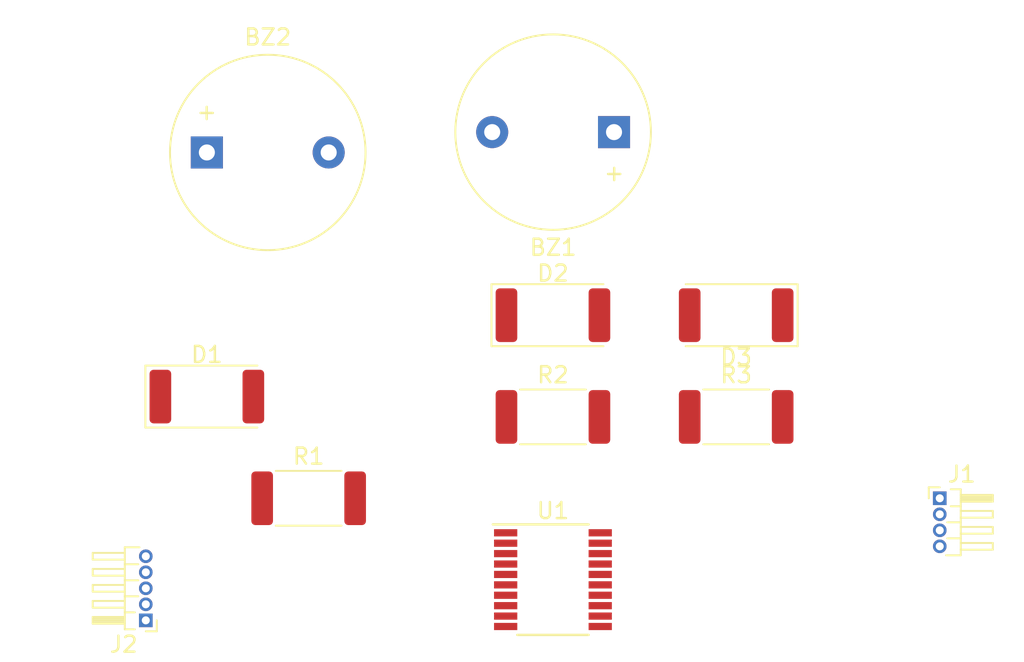
<source format=kicad_pcb>
(kicad_pcb (version 20171130) (host pcbnew "(5.0.1)-3")

  (general
    (thickness 1.6)
    (drawings 0)
    (tracks 0)
    (zones 0)
    (modules 11)
    (nets 24)
  )

  (page A4)
  (layers
    (0 F.Cu signal)
    (31 B.Cu signal)
    (32 B.Adhes user)
    (33 F.Adhes user)
    (34 B.Paste user)
    (35 F.Paste user)
    (36 B.SilkS user)
    (37 F.SilkS user)
    (38 B.Mask user)
    (39 F.Mask user)
    (40 Dwgs.User user)
    (41 Cmts.User user)
    (42 Eco1.User user)
    (43 Eco2.User user)
    (44 Edge.Cuts user)
    (45 Margin user)
    (46 B.CrtYd user)
    (47 F.CrtYd user)
    (48 B.Fab user)
    (49 F.Fab user)
  )

  (setup
    (last_trace_width 0.25)
    (trace_clearance 0.2)
    (zone_clearance 0.508)
    (zone_45_only no)
    (trace_min 0.2)
    (segment_width 0.2)
    (edge_width 0.15)
    (via_size 0.8)
    (via_drill 0.4)
    (via_min_size 0.4)
    (via_min_drill 0.3)
    (uvia_size 0.3)
    (uvia_drill 0.1)
    (uvias_allowed no)
    (uvia_min_size 0.2)
    (uvia_min_drill 0.1)
    (pcb_text_width 0.3)
    (pcb_text_size 1.5 1.5)
    (mod_edge_width 0.15)
    (mod_text_size 1 1)
    (mod_text_width 0.15)
    (pad_size 1.524 1.524)
    (pad_drill 0.762)
    (pad_to_mask_clearance 0.051)
    (solder_mask_min_width 0.25)
    (aux_axis_origin 0 0)
    (visible_elements FFFFFF7F)
    (pcbplotparams
      (layerselection 0x010fc_ffffffff)
      (usegerberextensions false)
      (usegerberattributes false)
      (usegerberadvancedattributes false)
      (creategerberjobfile false)
      (excludeedgelayer true)
      (linewidth 0.100000)
      (plotframeref false)
      (viasonmask false)
      (mode 1)
      (useauxorigin false)
      (hpglpennumber 1)
      (hpglpenspeed 20)
      (hpglpendiameter 15.000000)
      (psnegative false)
      (psa4output false)
      (plotreference true)
      (plotvalue true)
      (plotinvisibletext false)
      (padsonsilk false)
      (subtractmaskfromsilk false)
      (outputformat 1)
      (mirror false)
      (drillshape 1)
      (scaleselection 1)
      (outputdirectory ""))
  )

  (net 0 "")
  (net 1 "Net-(BZ1-Pad1)")
  (net 2 "Net-(BZ1-Pad2)")
  (net 3 "Net-(BZ2-Pad1)")
  (net 4 "Net-(D1-Pad2)")
  (net 5 "Net-(D2-Pad2)")
  (net 6 "Net-(D3-Pad2)")
  (net 7 "Net-(J1-Pad1)")
  (net 8 "Net-(J1-Pad2)")
  (net 9 "Net-(J1-Pad3)")
  (net 10 "Net-(J2-Pad2)")
  (net 11 "Net-(J2-Pad4)")
  (net 12 "Net-(J2-Pad5)")
  (net 13 "Net-(R1-Pad2)")
  (net 14 "Net-(R2-Pad2)")
  (net 15 "Net-(R3-Pad2)")
  (net 16 "Net-(U1-Pad1)")
  (net 17 "Net-(U1-Pad4)")
  (net 18 "Net-(U1-Pad7)")
  (net 19 "Net-(U1-Pad8)")
  (net 20 "Net-(U1-Pad11)")
  (net 21 "Net-(U1-Pad13)")
  (net 22 "Net-(U1-Pad14)")
  (net 23 "Net-(U1-Pad18)")

  (net_class Default "Esta Ã© a classe de net padrÃ£o."
    (clearance 0.2)
    (trace_width 0.25)
    (via_dia 0.8)
    (via_drill 0.4)
    (uvia_dia 0.3)
    (uvia_drill 0.1)
    (add_net "Net-(BZ1-Pad1)")
    (add_net "Net-(BZ1-Pad2)")
    (add_net "Net-(BZ2-Pad1)")
    (add_net "Net-(D1-Pad2)")
    (add_net "Net-(D2-Pad2)")
    (add_net "Net-(D3-Pad2)")
    (add_net "Net-(J1-Pad1)")
    (add_net "Net-(J1-Pad2)")
    (add_net "Net-(J1-Pad3)")
    (add_net "Net-(J2-Pad2)")
    (add_net "Net-(J2-Pad4)")
    (add_net "Net-(J2-Pad5)")
    (add_net "Net-(R1-Pad2)")
    (add_net "Net-(R2-Pad2)")
    (add_net "Net-(R3-Pad2)")
    (add_net "Net-(U1-Pad1)")
    (add_net "Net-(U1-Pad11)")
    (add_net "Net-(U1-Pad13)")
    (add_net "Net-(U1-Pad14)")
    (add_net "Net-(U1-Pad18)")
    (add_net "Net-(U1-Pad4)")
    (add_net "Net-(U1-Pad7)")
    (add_net "Net-(U1-Pad8)")
  )

  (module Buzzer_Beeper:Buzzer_12x9.5RM7.6 (layer F.Cu) (tedit 5A030281) (tstamp 5C1A70C2)
    (at 172.72 46.99 180)
    (descr "Generic Buzzer, D12mm height 9.5mm with RM7.6mm")
    (tags buzzer)
    (path /5C0AA917)
    (fp_text reference BZ1 (at 3.8 -7.2 180) (layer F.SilkS)
      (effects (font (size 1 1) (thickness 0.15)))
    )
    (fp_text value Buzzer (at 3.8 7.4 180) (layer F.Fab)
      (effects (font (size 1 1) (thickness 0.15)))
    )
    (fp_text user + (at -0.01 -2.54 180) (layer F.Fab)
      (effects (font (size 1 1) (thickness 0.15)))
    )
    (fp_text user + (at -0.01 -2.54 180) (layer F.SilkS)
      (effects (font (size 1 1) (thickness 0.15)))
    )
    (fp_text user %R (at 3.8 -4 180) (layer F.Fab)
      (effects (font (size 1 1) (thickness 0.15)))
    )
    (fp_circle (center 3.8 0) (end 10.05 0) (layer F.CrtYd) (width 0.05))
    (fp_circle (center 3.8 0) (end 9.8 0) (layer F.Fab) (width 0.1))
    (fp_circle (center 3.8 0) (end 4.8 0) (layer F.Fab) (width 0.1))
    (fp_circle (center 3.8 0) (end 9.9 0) (layer F.SilkS) (width 0.12))
    (pad 1 thru_hole rect (at 0 0 180) (size 2 2) (drill 1) (layers *.Cu *.Mask)
      (net 1 "Net-(BZ1-Pad1)"))
    (pad 2 thru_hole circle (at 7.6 0 180) (size 2 2) (drill 1) (layers *.Cu *.Mask)
      (net 2 "Net-(BZ1-Pad2)"))
    (model ${KISYS3DMOD}/Buzzer_Beeper.3dshapes/Buzzer_12x9.5RM7.6.wrl
      (at (xyz 0 0 0))
      (scale (xyz 1 1 1))
      (rotate (xyz 0 0 0))
    )
  )

  (module Buzzer_Beeper:Buzzer_12x9.5RM7.6 (layer F.Cu) (tedit 5A030281) (tstamp 5C1A70CF)
    (at 147.32 48.26)
    (descr "Generic Buzzer, D12mm height 9.5mm with RM7.6mm")
    (tags buzzer)
    (path /5C0E03B5)
    (fp_text reference BZ2 (at 3.8 -7.2) (layer F.SilkS)
      (effects (font (size 1 1) (thickness 0.15)))
    )
    (fp_text value Buzzer (at 3.8 7.4) (layer F.Fab)
      (effects (font (size 1 1) (thickness 0.15)))
    )
    (fp_circle (center 3.8 0) (end 9.9 0) (layer F.SilkS) (width 0.12))
    (fp_circle (center 3.8 0) (end 4.8 0) (layer F.Fab) (width 0.1))
    (fp_circle (center 3.8 0) (end 9.8 0) (layer F.Fab) (width 0.1))
    (fp_circle (center 3.8 0) (end 10.05 0) (layer F.CrtYd) (width 0.05))
    (fp_text user %R (at 3.8 -4) (layer F.Fab)
      (effects (font (size 1 1) (thickness 0.15)))
    )
    (fp_text user + (at -0.01 -2.54) (layer F.SilkS)
      (effects (font (size 1 1) (thickness 0.15)))
    )
    (fp_text user + (at -0.01 -2.54) (layer F.Fab)
      (effects (font (size 1 1) (thickness 0.15)))
    )
    (pad 2 thru_hole circle (at 7.6 0) (size 2 2) (drill 1) (layers *.Cu *.Mask)
      (net 2 "Net-(BZ1-Pad2)"))
    (pad 1 thru_hole rect (at 0 0) (size 2 2) (drill 1) (layers *.Cu *.Mask)
      (net 3 "Net-(BZ2-Pad1)"))
    (model ${KISYS3DMOD}/Buzzer_Beeper.3dshapes/Buzzer_12x9.5RM7.6.wrl
      (at (xyz 0 0 0))
      (scale (xyz 1 1 1))
      (rotate (xyz 0 0 0))
    )
  )

  (module LED_SMD:LED_2512_6332Metric (layer F.Cu) (tedit 5B301BBE) (tstamp 5C1A70E2)
    (at 147.32 63.5)
    (descr "LED SMD 2512 (6332 Metric), square (rectangular) end terminal, IPC_7351 nominal, (Body size source: http://www.tortai-tech.com/upload/download/2011102023233369053.pdf), generated with kicad-footprint-generator")
    (tags diode)
    (path /5C0AA61C)
    (attr smd)
    (fp_text reference D1 (at 0 -2.62) (layer F.SilkS)
      (effects (font (size 1 1) (thickness 0.15)))
    )
    (fp_text value LED (at 0 2.62 90) (layer F.Fab)
      (effects (font (size 1 1) (thickness 0.15)))
    )
    (fp_line (start 3.15 -1.6) (end -2.35 -1.6) (layer F.Fab) (width 0.1))
    (fp_line (start -2.35 -1.6) (end -3.15 -0.8) (layer F.Fab) (width 0.1))
    (fp_line (start -3.15 -0.8) (end -3.15 1.6) (layer F.Fab) (width 0.1))
    (fp_line (start -3.15 1.6) (end 3.15 1.6) (layer F.Fab) (width 0.1))
    (fp_line (start 3.15 1.6) (end 3.15 -1.6) (layer F.Fab) (width 0.1))
    (fp_line (start 3.15 -1.935) (end -3.835 -1.935) (layer F.SilkS) (width 0.12))
    (fp_line (start -3.835 -1.935) (end -3.835 1.935) (layer F.SilkS) (width 0.12))
    (fp_line (start -3.835 1.935) (end 3.15 1.935) (layer F.SilkS) (width 0.12))
    (fp_line (start -3.82 1.92) (end -3.82 -1.92) (layer F.CrtYd) (width 0.05))
    (fp_line (start -3.82 -1.92) (end 3.82 -1.92) (layer F.CrtYd) (width 0.05))
    (fp_line (start 3.82 -1.92) (end 3.82 1.92) (layer F.CrtYd) (width 0.05))
    (fp_line (start 3.82 1.92) (end -3.82 1.92) (layer F.CrtYd) (width 0.05))
    (fp_text user %R (at 0 0) (layer F.Fab)
      (effects (font (size 1 1) (thickness 0.15)))
    )
    (pad 1 smd roundrect (at -2.9 0) (size 1.35 3.35) (layers F.Cu F.Paste F.Mask) (roundrect_rratio 0.185185)
      (net 2 "Net-(BZ1-Pad2)"))
    (pad 2 smd roundrect (at 2.9 0) (size 1.35 3.35) (layers F.Cu F.Paste F.Mask) (roundrect_rratio 0.185185)
      (net 4 "Net-(D1-Pad2)"))
    (model ${KISYS3DMOD}/LED_SMD.3dshapes/LED_2512_6332Metric.wrl
      (at (xyz 0 0 0))
      (scale (xyz 1 1 1))
      (rotate (xyz 0 0 0))
    )
  )

  (module LED_SMD:LED_2512_6332Metric (layer F.Cu) (tedit 5B301BBE) (tstamp 5C1A70F5)
    (at 168.91 58.42)
    (descr "LED SMD 2512 (6332 Metric), square (rectangular) end terminal, IPC_7351 nominal, (Body size source: http://www.tortai-tech.com/upload/download/2011102023233369053.pdf), generated with kicad-footprint-generator")
    (tags diode)
    (path /5C0AA6BC)
    (attr smd)
    (fp_text reference D2 (at 0 -2.62) (layer F.SilkS)
      (effects (font (size 1 1) (thickness 0.15)))
    )
    (fp_text value LED (at 0 2.62) (layer F.Fab)
      (effects (font (size 1 1) (thickness 0.15)))
    )
    (fp_text user %R (at 0 0 90) (layer F.Fab)
      (effects (font (size 1 1) (thickness 0.15)))
    )
    (fp_line (start 3.82 1.92) (end -3.82 1.92) (layer F.CrtYd) (width 0.05))
    (fp_line (start 3.82 -1.92) (end 3.82 1.92) (layer F.CrtYd) (width 0.05))
    (fp_line (start -3.82 -1.92) (end 3.82 -1.92) (layer F.CrtYd) (width 0.05))
    (fp_line (start -3.82 1.92) (end -3.82 -1.92) (layer F.CrtYd) (width 0.05))
    (fp_line (start -3.835 1.935) (end 3.15 1.935) (layer F.SilkS) (width 0.12))
    (fp_line (start -3.835 -1.935) (end -3.835 1.935) (layer F.SilkS) (width 0.12))
    (fp_line (start 3.15 -1.935) (end -3.835 -1.935) (layer F.SilkS) (width 0.12))
    (fp_line (start 3.15 1.6) (end 3.15 -1.6) (layer F.Fab) (width 0.1))
    (fp_line (start -3.15 1.6) (end 3.15 1.6) (layer F.Fab) (width 0.1))
    (fp_line (start -3.15 -0.8) (end -3.15 1.6) (layer F.Fab) (width 0.1))
    (fp_line (start -2.35 -1.6) (end -3.15 -0.8) (layer F.Fab) (width 0.1))
    (fp_line (start 3.15 -1.6) (end -2.35 -1.6) (layer F.Fab) (width 0.1))
    (pad 2 smd roundrect (at 2.9 0) (size 1.35 3.35) (layers F.Cu F.Paste F.Mask) (roundrect_rratio 0.185185)
      (net 5 "Net-(D2-Pad2)"))
    (pad 1 smd roundrect (at -2.9 0) (size 1.35 3.35) (layers F.Cu F.Paste F.Mask) (roundrect_rratio 0.185185)
      (net 2 "Net-(BZ1-Pad2)"))
    (model ${KISYS3DMOD}/LED_SMD.3dshapes/LED_2512_6332Metric.wrl
      (at (xyz 0 0 0))
      (scale (xyz 1 1 1))
      (rotate (xyz 0 0 0))
    )
  )

  (module LED_SMD:LED_2512_6332Metric (layer F.Cu) (tedit 5B301BBE) (tstamp 5C1A7108)
    (at 180.34 58.42 180)
    (descr "LED SMD 2512 (6332 Metric), square (rectangular) end terminal, IPC_7351 nominal, (Body size source: http://www.tortai-tech.com/upload/download/2011102023233369053.pdf), generated with kicad-footprint-generator")
    (tags diode)
    (path /5C0AA70E)
    (attr smd)
    (fp_text reference D3 (at 0 -2.62 180) (layer F.SilkS)
      (effects (font (size 1 1) (thickness 0.15)))
    )
    (fp_text value LED (at 0 2.62 180) (layer F.Fab)
      (effects (font (size 1 1) (thickness 0.15)))
    )
    (fp_line (start 3.15 -1.6) (end -2.35 -1.6) (layer F.Fab) (width 0.1))
    (fp_line (start -2.35 -1.6) (end -3.15 -0.8) (layer F.Fab) (width 0.1))
    (fp_line (start -3.15 -0.8) (end -3.15 1.6) (layer F.Fab) (width 0.1))
    (fp_line (start -3.15 1.6) (end 3.15 1.6) (layer F.Fab) (width 0.1))
    (fp_line (start 3.15 1.6) (end 3.15 -1.6) (layer F.Fab) (width 0.1))
    (fp_line (start 3.15 -1.935) (end -3.835 -1.935) (layer F.SilkS) (width 0.12))
    (fp_line (start -3.835 -1.935) (end -3.835 1.935) (layer F.SilkS) (width 0.12))
    (fp_line (start -3.835 1.935) (end 3.15 1.935) (layer F.SilkS) (width 0.12))
    (fp_line (start -3.82 1.92) (end -3.82 -1.92) (layer F.CrtYd) (width 0.05))
    (fp_line (start -3.82 -1.92) (end 3.82 -1.92) (layer F.CrtYd) (width 0.05))
    (fp_line (start 3.82 -1.92) (end 3.82 1.92) (layer F.CrtYd) (width 0.05))
    (fp_line (start 3.82 1.92) (end -3.82 1.92) (layer F.CrtYd) (width 0.05))
    (fp_text user %R (at 0 0 180) (layer F.Fab)
      (effects (font (size 1 1) (thickness 0.15)))
    )
    (pad 1 smd roundrect (at -2.9 0 180) (size 1.35 3.35) (layers F.Cu F.Paste F.Mask) (roundrect_rratio 0.185185)
      (net 2 "Net-(BZ1-Pad2)"))
    (pad 2 smd roundrect (at 2.9 0 180) (size 1.35 3.35) (layers F.Cu F.Paste F.Mask) (roundrect_rratio 0.185185)
      (net 6 "Net-(D3-Pad2)"))
    (model ${KISYS3DMOD}/LED_SMD.3dshapes/LED_2512_6332Metric.wrl
      (at (xyz 0 0 0))
      (scale (xyz 1 1 1))
      (rotate (xyz 0 0 0))
    )
  )

  (module Connector_PinHeader_1.00mm:PinHeader_1x04_P1.00mm_Horizontal (layer F.Cu) (tedit 59FED737) (tstamp 5C1A7149)
    (at 193.04 69.85)
    (descr "Through hole angled pin header, 1x04, 1.00mm pitch, 2.0mm pin length, single row")
    (tags "Through hole angled pin header THT 1x04 1.00mm single row")
    (path /5C0ACCFB)
    (fp_text reference J1 (at 1.375 -1.5) (layer F.SilkS)
      (effects (font (size 1 1) (thickness 0.15)))
    )
    (fp_text value Ultrassom (at 1.375 4.5) (layer F.Fab)
      (effects (font (size 1 1) (thickness 0.15)))
    )
    (fp_line (start 0.5 -0.5) (end 1.25 -0.5) (layer F.Fab) (width 0.1))
    (fp_line (start 1.25 -0.5) (end 1.25 3.5) (layer F.Fab) (width 0.1))
    (fp_line (start 1.25 3.5) (end 0.25 3.5) (layer F.Fab) (width 0.1))
    (fp_line (start 0.25 3.5) (end 0.25 -0.25) (layer F.Fab) (width 0.1))
    (fp_line (start 0.25 -0.25) (end 0.5 -0.5) (layer F.Fab) (width 0.1))
    (fp_line (start -0.15 -0.15) (end 0.25 -0.15) (layer F.Fab) (width 0.1))
    (fp_line (start -0.15 -0.15) (end -0.15 0.15) (layer F.Fab) (width 0.1))
    (fp_line (start -0.15 0.15) (end 0.25 0.15) (layer F.Fab) (width 0.1))
    (fp_line (start 1.25 -0.15) (end 3.25 -0.15) (layer F.Fab) (width 0.1))
    (fp_line (start 3.25 -0.15) (end 3.25 0.15) (layer F.Fab) (width 0.1))
    (fp_line (start 1.25 0.15) (end 3.25 0.15) (layer F.Fab) (width 0.1))
    (fp_line (start -0.15 0.85) (end 0.25 0.85) (layer F.Fab) (width 0.1))
    (fp_line (start -0.15 0.85) (end -0.15 1.15) (layer F.Fab) (width 0.1))
    (fp_line (start -0.15 1.15) (end 0.25 1.15) (layer F.Fab) (width 0.1))
    (fp_line (start 1.25 0.85) (end 3.25 0.85) (layer F.Fab) (width 0.1))
    (fp_line (start 3.25 0.85) (end 3.25 1.15) (layer F.Fab) (width 0.1))
    (fp_line (start 1.25 1.15) (end 3.25 1.15) (layer F.Fab) (width 0.1))
    (fp_line (start -0.15 1.85) (end 0.25 1.85) (layer F.Fab) (width 0.1))
    (fp_line (start -0.15 1.85) (end -0.15 2.15) (layer F.Fab) (width 0.1))
    (fp_line (start -0.15 2.15) (end 0.25 2.15) (layer F.Fab) (width 0.1))
    (fp_line (start 1.25 1.85) (end 3.25 1.85) (layer F.Fab) (width 0.1))
    (fp_line (start 3.25 1.85) (end 3.25 2.15) (layer F.Fab) (width 0.1))
    (fp_line (start 1.25 2.15) (end 3.25 2.15) (layer F.Fab) (width 0.1))
    (fp_line (start -0.15 2.85) (end 0.25 2.85) (layer F.Fab) (width 0.1))
    (fp_line (start -0.15 2.85) (end -0.15 3.15) (layer F.Fab) (width 0.1))
    (fp_line (start -0.15 3.15) (end 0.25 3.15) (layer F.Fab) (width 0.1))
    (fp_line (start 1.25 2.85) (end 3.25 2.85) (layer F.Fab) (width 0.1))
    (fp_line (start 3.25 2.85) (end 3.25 3.15) (layer F.Fab) (width 0.1))
    (fp_line (start 1.25 3.15) (end 3.25 3.15) (layer F.Fab) (width 0.1))
    (fp_line (start 0.685 -0.56) (end 1.31 -0.56) (layer F.SilkS) (width 0.12))
    (fp_line (start 1.31 -0.56) (end 1.31 3.56) (layer F.SilkS) (width 0.12))
    (fp_line (start 1.31 3.56) (end 0.394493 3.56) (layer F.SilkS) (width 0.12))
    (fp_line (start 1.31 -0.21) (end 3.31 -0.21) (layer F.SilkS) (width 0.12))
    (fp_line (start 3.31 -0.21) (end 3.31 0.21) (layer F.SilkS) (width 0.12))
    (fp_line (start 3.31 0.21) (end 1.31 0.21) (layer F.SilkS) (width 0.12))
    (fp_line (start 1.31 -0.15) (end 3.31 -0.15) (layer F.SilkS) (width 0.12))
    (fp_line (start 1.31 -0.03) (end 3.31 -0.03) (layer F.SilkS) (width 0.12))
    (fp_line (start 1.31 0.09) (end 3.31 0.09) (layer F.SilkS) (width 0.12))
    (fp_line (start 0.685 0.5) (end 1.31 0.5) (layer F.SilkS) (width 0.12))
    (fp_line (start 1.31 0.79) (end 3.31 0.79) (layer F.SilkS) (width 0.12))
    (fp_line (start 3.31 0.79) (end 3.31 1.21) (layer F.SilkS) (width 0.12))
    (fp_line (start 3.31 1.21) (end 1.31 1.21) (layer F.SilkS) (width 0.12))
    (fp_line (start 0.468215 1.5) (end 1.31 1.5) (layer F.SilkS) (width 0.12))
    (fp_line (start 1.31 1.79) (end 3.31 1.79) (layer F.SilkS) (width 0.12))
    (fp_line (start 3.31 1.79) (end 3.31 2.21) (layer F.SilkS) (width 0.12))
    (fp_line (start 3.31 2.21) (end 1.31 2.21) (layer F.SilkS) (width 0.12))
    (fp_line (start 0.468215 2.5) (end 1.31 2.5) (layer F.SilkS) (width 0.12))
    (fp_line (start 1.31 2.79) (end 3.31 2.79) (layer F.SilkS) (width 0.12))
    (fp_line (start 3.31 2.79) (end 3.31 3.21) (layer F.SilkS) (width 0.12))
    (fp_line (start 3.31 3.21) (end 1.31 3.21) (layer F.SilkS) (width 0.12))
    (fp_line (start -0.685 0) (end -0.685 -0.685) (layer F.SilkS) (width 0.12))
    (fp_line (start -0.685 -0.685) (end 0 -0.685) (layer F.SilkS) (width 0.12))
    (fp_line (start -1 -1) (end -1 4) (layer F.CrtYd) (width 0.05))
    (fp_line (start -1 4) (end 3.75 4) (layer F.CrtYd) (width 0.05))
    (fp_line (start 3.75 4) (end 3.75 -1) (layer F.CrtYd) (width 0.05))
    (fp_line (start 3.75 -1) (end -1 -1) (layer F.CrtYd) (width 0.05))
    (fp_text user %R (at 0.75 1.5 90) (layer F.Fab)
      (effects (font (size 0.6 0.6) (thickness 0.09)))
    )
    (pad 1 thru_hole rect (at 0 0) (size 0.85 0.85) (drill 0.5) (layers *.Cu *.Mask)
      (net 7 "Net-(J1-Pad1)"))
    (pad 2 thru_hole oval (at 0 1) (size 0.85 0.85) (drill 0.5) (layers *.Cu *.Mask)
      (net 8 "Net-(J1-Pad2)"))
    (pad 3 thru_hole oval (at 0 2) (size 0.85 0.85) (drill 0.5) (layers *.Cu *.Mask)
      (net 9 "Net-(J1-Pad3)"))
    (pad 4 thru_hole oval (at 0 3) (size 0.85 0.85) (drill 0.5) (layers *.Cu *.Mask)
      (net 2 "Net-(BZ1-Pad2)"))
    (model ${KISYS3DMOD}/Connector_PinHeader_1.00mm.3dshapes/PinHeader_1x04_P1.00mm_Horizontal.wrl
      (at (xyz 0 0 0))
      (scale (xyz 1 1 1))
      (rotate (xyz 0 0 0))
    )
  )

  (module Connector_PinHeader_1.00mm:PinHeader_1x05_P1.00mm_Horizontal (layer F.Cu) (tedit 59FED737) (tstamp 5C1A7195)
    (at 143.51 77.47 180)
    (descr "Through hole angled pin header, 1x05, 1.00mm pitch, 2.0mm pin length, single row")
    (tags "Through hole angled pin header THT 1x05 1.00mm single row")
    (path /5C0E39BF)
    (fp_text reference J2 (at 1.375 -1.5 180) (layer F.SilkS)
      (effects (font (size 1 1) (thickness 0.15)))
    )
    (fp_text value Conn_01x05_Female (at 1.375 5.5 180) (layer F.Fab)
      (effects (font (size 1 1) (thickness 0.15)))
    )
    (fp_line (start 0.5 -0.5) (end 1.25 -0.5) (layer F.Fab) (width 0.1))
    (fp_line (start 1.25 -0.5) (end 1.25 4.5) (layer F.Fab) (width 0.1))
    (fp_line (start 1.25 4.5) (end 0.25 4.5) (layer F.Fab) (width 0.1))
    (fp_line (start 0.25 4.5) (end 0.25 -0.25) (layer F.Fab) (width 0.1))
    (fp_line (start 0.25 -0.25) (end 0.5 -0.5) (layer F.Fab) (width 0.1))
    (fp_line (start -0.15 -0.15) (end 0.25 -0.15) (layer F.Fab) (width 0.1))
    (fp_line (start -0.15 -0.15) (end -0.15 0.15) (layer F.Fab) (width 0.1))
    (fp_line (start -0.15 0.15) (end 0.25 0.15) (layer F.Fab) (width 0.1))
    (fp_line (start 1.25 -0.15) (end 3.25 -0.15) (layer F.Fab) (width 0.1))
    (fp_line (start 3.25 -0.15) (end 3.25 0.15) (layer F.Fab) (width 0.1))
    (fp_line (start 1.25 0.15) (end 3.25 0.15) (layer F.Fab) (width 0.1))
    (fp_line (start -0.15 0.85) (end 0.25 0.85) (layer F.Fab) (width 0.1))
    (fp_line (start -0.15 0.85) (end -0.15 1.15) (layer F.Fab) (width 0.1))
    (fp_line (start -0.15 1.15) (end 0.25 1.15) (layer F.Fab) (width 0.1))
    (fp_line (start 1.25 0.85) (end 3.25 0.85) (layer F.Fab) (width 0.1))
    (fp_line (start 3.25 0.85) (end 3.25 1.15) (layer F.Fab) (width 0.1))
    (fp_line (start 1.25 1.15) (end 3.25 1.15) (layer F.Fab) (width 0.1))
    (fp_line (start -0.15 1.85) (end 0.25 1.85) (layer F.Fab) (width 0.1))
    (fp_line (start -0.15 1.85) (end -0.15 2.15) (layer F.Fab) (width 0.1))
    (fp_line (start -0.15 2.15) (end 0.25 2.15) (layer F.Fab) (width 0.1))
    (fp_line (start 1.25 1.85) (end 3.25 1.85) (layer F.Fab) (width 0.1))
    (fp_line (start 3.25 1.85) (end 3.25 2.15) (layer F.Fab) (width 0.1))
    (fp_line (start 1.25 2.15) (end 3.25 2.15) (layer F.Fab) (width 0.1))
    (fp_line (start -0.15 2.85) (end 0.25 2.85) (layer F.Fab) (width 0.1))
    (fp_line (start -0.15 2.85) (end -0.15 3.15) (layer F.Fab) (width 0.1))
    (fp_line (start -0.15 3.15) (end 0.25 3.15) (layer F.Fab) (width 0.1))
    (fp_line (start 1.25 2.85) (end 3.25 2.85) (layer F.Fab) (width 0.1))
    (fp_line (start 3.25 2.85) (end 3.25 3.15) (layer F.Fab) (width 0.1))
    (fp_line (start 1.25 3.15) (end 3.25 3.15) (layer F.Fab) (width 0.1))
    (fp_line (start -0.15 3.85) (end 0.25 3.85) (layer F.Fab) (width 0.1))
    (fp_line (start -0.15 3.85) (end -0.15 4.15) (layer F.Fab) (width 0.1))
    (fp_line (start -0.15 4.15) (end 0.25 4.15) (layer F.Fab) (width 0.1))
    (fp_line (start 1.25 3.85) (end 3.25 3.85) (layer F.Fab) (width 0.1))
    (fp_line (start 3.25 3.85) (end 3.25 4.15) (layer F.Fab) (width 0.1))
    (fp_line (start 1.25 4.15) (end 3.25 4.15) (layer F.Fab) (width 0.1))
    (fp_line (start 0.685 -0.56) (end 1.31 -0.56) (layer F.SilkS) (width 0.12))
    (fp_line (start 1.31 -0.56) (end 1.31 4.56) (layer F.SilkS) (width 0.12))
    (fp_line (start 1.31 4.56) (end 0.394493 4.56) (layer F.SilkS) (width 0.12))
    (fp_line (start 1.31 -0.21) (end 3.31 -0.21) (layer F.SilkS) (width 0.12))
    (fp_line (start 3.31 -0.21) (end 3.31 0.21) (layer F.SilkS) (width 0.12))
    (fp_line (start 3.31 0.21) (end 1.31 0.21) (layer F.SilkS) (width 0.12))
    (fp_line (start 1.31 -0.15) (end 3.31 -0.15) (layer F.SilkS) (width 0.12))
    (fp_line (start 1.31 -0.03) (end 3.31 -0.03) (layer F.SilkS) (width 0.12))
    (fp_line (start 1.31 0.09) (end 3.31 0.09) (layer F.SilkS) (width 0.12))
    (fp_line (start 0.685 0.5) (end 1.31 0.5) (layer F.SilkS) (width 0.12))
    (fp_line (start 1.31 0.79) (end 3.31 0.79) (layer F.SilkS) (width 0.12))
    (fp_line (start 3.31 0.79) (end 3.31 1.21) (layer F.SilkS) (width 0.12))
    (fp_line (start 3.31 1.21) (end 1.31 1.21) (layer F.SilkS) (width 0.12))
    (fp_line (start 0.468215 1.5) (end 1.31 1.5) (layer F.SilkS) (width 0.12))
    (fp_line (start 1.31 1.79) (end 3.31 1.79) (layer F.SilkS) (width 0.12))
    (fp_line (start 3.31 1.79) (end 3.31 2.21) (layer F.SilkS) (width 0.12))
    (fp_line (start 3.31 2.21) (end 1.31 2.21) (layer F.SilkS) (width 0.12))
    (fp_line (start 0.468215 2.5) (end 1.31 2.5) (layer F.SilkS) (width 0.12))
    (fp_line (start 1.31 2.79) (end 3.31 2.79) (layer F.SilkS) (width 0.12))
    (fp_line (start 3.31 2.79) (end 3.31 3.21) (layer F.SilkS) (width 0.12))
    (fp_line (start 3.31 3.21) (end 1.31 3.21) (layer F.SilkS) (width 0.12))
    (fp_line (start 0.468215 3.5) (end 1.31 3.5) (layer F.SilkS) (width 0.12))
    (fp_line (start 1.31 3.79) (end 3.31 3.79) (layer F.SilkS) (width 0.12))
    (fp_line (start 3.31 3.79) (end 3.31 4.21) (layer F.SilkS) (width 0.12))
    (fp_line (start 3.31 4.21) (end 1.31 4.21) (layer F.SilkS) (width 0.12))
    (fp_line (start -0.685 0) (end -0.685 -0.685) (layer F.SilkS) (width 0.12))
    (fp_line (start -0.685 -0.685) (end 0 -0.685) (layer F.SilkS) (width 0.12))
    (fp_line (start -1 -1) (end -1 5) (layer F.CrtYd) (width 0.05))
    (fp_line (start -1 5) (end 3.75 5) (layer F.CrtYd) (width 0.05))
    (fp_line (start 3.75 5) (end 3.75 -1) (layer F.CrtYd) (width 0.05))
    (fp_line (start 3.75 -1) (end -1 -1) (layer F.CrtYd) (width 0.05))
    (fp_text user %R (at 0.75 2) (layer F.Fab)
      (effects (font (size 0.6 0.6) (thickness 0.09)))
    )
    (pad 1 thru_hole rect (at 0 0 180) (size 0.85 0.85) (drill 0.5) (layers *.Cu *.Mask)
      (net 7 "Net-(J1-Pad1)"))
    (pad 2 thru_hole oval (at 0 1 180) (size 0.85 0.85) (drill 0.5) (layers *.Cu *.Mask)
      (net 10 "Net-(J2-Pad2)"))
    (pad 3 thru_hole oval (at 0 2 180) (size 0.85 0.85) (drill 0.5) (layers *.Cu *.Mask)
      (net 2 "Net-(BZ1-Pad2)"))
    (pad 4 thru_hole oval (at 0 3 180) (size 0.85 0.85) (drill 0.5) (layers *.Cu *.Mask)
      (net 11 "Net-(J2-Pad4)"))
    (pad 5 thru_hole oval (at 0 4 180) (size 0.85 0.85) (drill 0.5) (layers *.Cu *.Mask)
      (net 12 "Net-(J2-Pad5)"))
    (model ${KISYS3DMOD}/Connector_PinHeader_1.00mm.3dshapes/PinHeader_1x05_P1.00mm_Horizontal.wrl
      (at (xyz 0 0 0))
      (scale (xyz 1 1 1))
      (rotate (xyz 0 0 0))
    )
  )

  (module Resistor_SMD:R_2512_6332Metric (layer F.Cu) (tedit 5B301BBD) (tstamp 5C1A71A6)
    (at 153.67 69.85)
    (descr "Resistor SMD 2512 (6332 Metric), square (rectangular) end terminal, IPC_7351 nominal, (Body size source: http://www.tortai-tech.com/upload/download/2011102023233369053.pdf), generated with kicad-footprint-generator")
    (tags resistor)
    (path /5C0AA7F2)
    (attr smd)
    (fp_text reference R1 (at 0 -2.62) (layer F.SilkS)
      (effects (font (size 1 1) (thickness 0.15)))
    )
    (fp_text value R (at 0 2.62) (layer F.Fab)
      (effects (font (size 1 1) (thickness 0.15)))
    )
    (fp_line (start -3.15 1.6) (end -3.15 -1.6) (layer F.Fab) (width 0.1))
    (fp_line (start -3.15 -1.6) (end 3.15 -1.6) (layer F.Fab) (width 0.1))
    (fp_line (start 3.15 -1.6) (end 3.15 1.6) (layer F.Fab) (width 0.1))
    (fp_line (start 3.15 1.6) (end -3.15 1.6) (layer F.Fab) (width 0.1))
    (fp_line (start -2.052064 -1.71) (end 2.052064 -1.71) (layer F.SilkS) (width 0.12))
    (fp_line (start -2.052064 1.71) (end 2.052064 1.71) (layer F.SilkS) (width 0.12))
    (fp_line (start -3.82 1.92) (end -3.82 -1.92) (layer F.CrtYd) (width 0.05))
    (fp_line (start -3.82 -1.92) (end 3.82 -1.92) (layer F.CrtYd) (width 0.05))
    (fp_line (start 3.82 -1.92) (end 3.82 1.92) (layer F.CrtYd) (width 0.05))
    (fp_line (start 3.82 1.92) (end -3.82 1.92) (layer F.CrtYd) (width 0.05))
    (fp_text user %R (at 0 0) (layer F.Fab)
      (effects (font (size 1 1) (thickness 0.15)))
    )
    (pad 1 smd roundrect (at -2.9 0) (size 1.35 3.35) (layers F.Cu F.Paste F.Mask) (roundrect_rratio 0.185185)
      (net 4 "Net-(D1-Pad2)"))
    (pad 2 smd roundrect (at 2.9 0) (size 1.35 3.35) (layers F.Cu F.Paste F.Mask) (roundrect_rratio 0.185185)
      (net 13 "Net-(R1-Pad2)"))
    (model ${KISYS3DMOD}/Resistor_SMD.3dshapes/R_2512_6332Metric.wrl
      (at (xyz 0 0 0))
      (scale (xyz 1 1 1))
      (rotate (xyz 0 0 0))
    )
  )

  (module Resistor_SMD:R_2512_6332Metric (layer F.Cu) (tedit 5B301BBD) (tstamp 5C1A71B7)
    (at 168.91 64.77)
    (descr "Resistor SMD 2512 (6332 Metric), square (rectangular) end terminal, IPC_7351 nominal, (Body size source: http://www.tortai-tech.com/upload/download/2011102023233369053.pdf), generated with kicad-footprint-generator")
    (tags resistor)
    (path /5C0AA85E)
    (attr smd)
    (fp_text reference R2 (at 0 -2.62) (layer F.SilkS)
      (effects (font (size 1 1) (thickness 0.15)))
    )
    (fp_text value R (at 0 2.62) (layer F.Fab)
      (effects (font (size 1 1) (thickness 0.15)))
    )
    (fp_text user %R (at -1.27 -2.54) (layer F.Fab)
      (effects (font (size 1 1) (thickness 0.15)))
    )
    (fp_line (start 3.82 1.92) (end -3.82 1.92) (layer F.CrtYd) (width 0.05))
    (fp_line (start 3.82 -1.92) (end 3.82 1.92) (layer F.CrtYd) (width 0.05))
    (fp_line (start -3.82 -1.92) (end 3.82 -1.92) (layer F.CrtYd) (width 0.05))
    (fp_line (start -3.82 1.92) (end -3.82 -1.92) (layer F.CrtYd) (width 0.05))
    (fp_line (start -2.052064 1.71) (end 2.052064 1.71) (layer F.SilkS) (width 0.12))
    (fp_line (start -2.052064 -1.71) (end 2.052064 -1.71) (layer F.SilkS) (width 0.12))
    (fp_line (start 3.15 1.6) (end -3.15 1.6) (layer F.Fab) (width 0.1))
    (fp_line (start 3.15 -1.6) (end 3.15 1.6) (layer F.Fab) (width 0.1))
    (fp_line (start -3.15 -1.6) (end 3.15 -1.6) (layer F.Fab) (width 0.1))
    (fp_line (start -3.15 1.6) (end -3.15 -1.6) (layer F.Fab) (width 0.1))
    (pad 2 smd roundrect (at 2.9 0) (size 1.35 3.35) (layers F.Cu F.Paste F.Mask) (roundrect_rratio 0.185185)
      (net 14 "Net-(R2-Pad2)"))
    (pad 1 smd roundrect (at -2.9 0) (size 1.35 3.35) (layers F.Cu F.Paste F.Mask) (roundrect_rratio 0.185185)
      (net 5 "Net-(D2-Pad2)"))
    (model ${KISYS3DMOD}/Resistor_SMD.3dshapes/R_2512_6332Metric.wrl
      (at (xyz 0 0 0))
      (scale (xyz 1 1 1))
      (rotate (xyz 0 0 0))
    )
  )

  (module Resistor_SMD:R_2512_6332Metric (layer F.Cu) (tedit 5B301BBD) (tstamp 5C1A71C8)
    (at 180.34 64.77)
    (descr "Resistor SMD 2512 (6332 Metric), square (rectangular) end terminal, IPC_7351 nominal, (Body size source: http://www.tortai-tech.com/upload/download/2011102023233369053.pdf), generated with kicad-footprint-generator")
    (tags resistor)
    (path /5C0AA89F)
    (attr smd)
    (fp_text reference R3 (at 0 -2.62) (layer F.SilkS)
      (effects (font (size 1 1) (thickness 0.15)))
    )
    (fp_text value R (at 0 2.62) (layer F.Fab)
      (effects (font (size 1 1) (thickness 0.15)))
    )
    (fp_line (start -3.15 1.6) (end -3.15 -1.6) (layer F.Fab) (width 0.1))
    (fp_line (start -3.15 -1.6) (end 3.15 -1.6) (layer F.Fab) (width 0.1))
    (fp_line (start 3.15 -1.6) (end 3.15 1.6) (layer F.Fab) (width 0.1))
    (fp_line (start 3.15 1.6) (end -3.15 1.6) (layer F.Fab) (width 0.1))
    (fp_line (start -2.052064 -1.71) (end 2.052064 -1.71) (layer F.SilkS) (width 0.12))
    (fp_line (start -2.052064 1.71) (end 2.052064 1.71) (layer F.SilkS) (width 0.12))
    (fp_line (start -3.82 1.92) (end -3.82 -1.92) (layer F.CrtYd) (width 0.05))
    (fp_line (start -3.82 -1.92) (end 3.82 -1.92) (layer F.CrtYd) (width 0.05))
    (fp_line (start 3.82 -1.92) (end 3.82 1.92) (layer F.CrtYd) (width 0.05))
    (fp_line (start 3.82 1.92) (end -3.82 1.92) (layer F.CrtYd) (width 0.05))
    (fp_text user %R (at 0 -1.27) (layer F.Fab)
      (effects (font (size 1 1) (thickness 0.15)))
    )
    (pad 1 smd roundrect (at -2.9 0) (size 1.35 3.35) (layers F.Cu F.Paste F.Mask) (roundrect_rratio 0.185185)
      (net 6 "Net-(D3-Pad2)"))
    (pad 2 smd roundrect (at 2.9 0) (size 1.35 3.35) (layers F.Cu F.Paste F.Mask) (roundrect_rratio 0.185185)
      (net 15 "Net-(R3-Pad2)"))
    (model ${KISYS3DMOD}/Resistor_SMD.3dshapes/R_2512_6332Metric.wrl
      (at (xyz 0 0 0))
      (scale (xyz 1 1 1))
      (rotate (xyz 0 0 0))
    )
  )

  (module Package_SO:TSSOP-20_4.4x6.5mm_P0.65mm (layer F.Cu) (tedit 5A02F25C) (tstamp 5C1A71EC)
    (at 168.91 74.93)
    (descr "20-Lead Plastic Thin Shrink Small Outline (ST)-4.4 mm Body [TSSOP] (see Microchip Packaging Specification 00000049BS.pdf)")
    (tags "SSOP 0.65")
    (path /5C0A9FAE)
    (attr smd)
    (fp_text reference U1 (at 0 -4.3) (layer F.SilkS)
      (effects (font (size 1 1) (thickness 0.15)))
    )
    (fp_text value STM32F030F4Px (at 0 4.3) (layer F.Fab)
      (effects (font (size 1 1) (thickness 0.15)))
    )
    (fp_line (start -1.2 -3.25) (end 2.2 -3.25) (layer F.Fab) (width 0.15))
    (fp_line (start 2.2 -3.25) (end 2.2 3.25) (layer F.Fab) (width 0.15))
    (fp_line (start 2.2 3.25) (end -2.2 3.25) (layer F.Fab) (width 0.15))
    (fp_line (start -2.2 3.25) (end -2.2 -2.25) (layer F.Fab) (width 0.15))
    (fp_line (start -2.2 -2.25) (end -1.2 -3.25) (layer F.Fab) (width 0.15))
    (fp_line (start -3.95 -3.55) (end -3.95 3.55) (layer F.CrtYd) (width 0.05))
    (fp_line (start 3.95 -3.55) (end 3.95 3.55) (layer F.CrtYd) (width 0.05))
    (fp_line (start -3.95 -3.55) (end 3.95 -3.55) (layer F.CrtYd) (width 0.05))
    (fp_line (start -3.95 3.55) (end 3.95 3.55) (layer F.CrtYd) (width 0.05))
    (fp_line (start -2.225 3.45) (end 2.225 3.45) (layer F.SilkS) (width 0.15))
    (fp_line (start -3.75 -3.45) (end 2.225 -3.45) (layer F.SilkS) (width 0.15))
    (fp_text user %R (at 0 0 90) (layer F.Fab)
      (effects (font (size 0.8 0.8) (thickness 0.15)))
    )
    (pad 1 smd rect (at -2.95 -2.925) (size 1.45 0.45) (layers F.Cu F.Paste F.Mask)
      (net 16 "Net-(U1-Pad1)"))
    (pad 2 smd rect (at -2.95 -2.275) (size 1.45 0.45) (layers F.Cu F.Paste F.Mask)
      (net 8 "Net-(J1-Pad2)"))
    (pad 3 smd rect (at -2.95 -1.625) (size 1.45 0.45) (layers F.Cu F.Paste F.Mask)
      (net 9 "Net-(J1-Pad3)"))
    (pad 4 smd rect (at -2.95 -0.975) (size 1.45 0.45) (layers F.Cu F.Paste F.Mask)
      (net 17 "Net-(U1-Pad4)"))
    (pad 5 smd rect (at -2.95 -0.325) (size 1.45 0.45) (layers F.Cu F.Paste F.Mask)
      (net 10 "Net-(J2-Pad2)"))
    (pad 6 smd rect (at -2.95 0.325) (size 1.45 0.45) (layers F.Cu F.Paste F.Mask)
      (net 13 "Net-(R1-Pad2)"))
    (pad 7 smd rect (at -2.95 0.975) (size 1.45 0.45) (layers F.Cu F.Paste F.Mask)
      (net 18 "Net-(U1-Pad7)"))
    (pad 8 smd rect (at -2.95 1.625) (size 1.45 0.45) (layers F.Cu F.Paste F.Mask)
      (net 19 "Net-(U1-Pad8)"))
    (pad 9 smd rect (at -2.95 2.275) (size 1.45 0.45) (layers F.Cu F.Paste F.Mask)
      (net 14 "Net-(R2-Pad2)"))
    (pad 10 smd rect (at -2.95 2.925) (size 1.45 0.45) (layers F.Cu F.Paste F.Mask)
      (net 15 "Net-(R3-Pad2)"))
    (pad 11 smd rect (at 2.95 2.925) (size 1.45 0.45) (layers F.Cu F.Paste F.Mask)
      (net 20 "Net-(U1-Pad11)"))
    (pad 12 smd rect (at 2.95 2.275) (size 1.45 0.45) (layers F.Cu F.Paste F.Mask)
      (net 1 "Net-(BZ1-Pad1)"))
    (pad 13 smd rect (at 2.95 1.625) (size 1.45 0.45) (layers F.Cu F.Paste F.Mask)
      (net 21 "Net-(U1-Pad13)"))
    (pad 14 smd rect (at 2.95 0.975) (size 1.45 0.45) (layers F.Cu F.Paste F.Mask)
      (net 22 "Net-(U1-Pad14)"))
    (pad 15 smd rect (at 2.95 0.325) (size 1.45 0.45) (layers F.Cu F.Paste F.Mask)
      (net 2 "Net-(BZ1-Pad2)"))
    (pad 16 smd rect (at 2.95 -0.325) (size 1.45 0.45) (layers F.Cu F.Paste F.Mask)
      (net 10 "Net-(J2-Pad2)"))
    (pad 17 smd rect (at 2.95 -0.975) (size 1.45 0.45) (layers F.Cu F.Paste F.Mask)
      (net 3 "Net-(BZ2-Pad1)"))
    (pad 18 smd rect (at 2.95 -1.625) (size 1.45 0.45) (layers F.Cu F.Paste F.Mask)
      (net 23 "Net-(U1-Pad18)"))
    (pad 19 smd rect (at 2.95 -2.275) (size 1.45 0.45) (layers F.Cu F.Paste F.Mask)
      (net 11 "Net-(J2-Pad4)"))
    (pad 20 smd rect (at 2.95 -2.925) (size 1.45 0.45) (layers F.Cu F.Paste F.Mask)
      (net 12 "Net-(J2-Pad5)"))
    (model ${KISYS3DMOD}/Package_SO.3dshapes/TSSOP-20_4.4x6.5mm_P0.65mm.wrl
      (at (xyz 0 0 0))
      (scale (xyz 1 1 1))
      (rotate (xyz 0 0 0))
    )
  )

)

</source>
